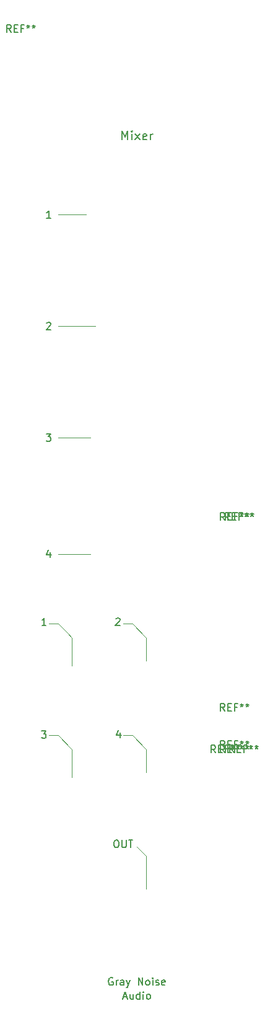
<source format=gbr>
G04 #@! TF.GenerationSoftware,KiCad,Pcbnew,(5.1.9)-1*
G04 #@! TF.CreationDate,2021-04-27T20:32:44-04:00*
G04 #@! TF.ProjectId,4xmixerFace,34786d69-7865-4724-9661-63652e6b6963,rev?*
G04 #@! TF.SameCoordinates,Original*
G04 #@! TF.FileFunction,Legend,Top*
G04 #@! TF.FilePolarity,Positive*
%FSLAX46Y46*%
G04 Gerber Fmt 4.6, Leading zero omitted, Abs format (unit mm)*
G04 Created by KiCad (PCBNEW (5.1.9)-1) date 2021-04-27 20:32:44*
%MOMM*%
%LPD*%
G01*
G04 APERTURE LIST*
%ADD10C,0.120000*%
%ADD11C,0.150000*%
G04 APERTURE END LIST*
D10*
X40640000Y-113030000D02*
X40640000Y-117475000D01*
X39370000Y-111760000D02*
X40640000Y-113030000D01*
X40640000Y-98425000D02*
X40640000Y-101600000D01*
X38735000Y-96520000D02*
X40640000Y-98425000D01*
X37465000Y-96520000D02*
X38735000Y-96520000D01*
X30480000Y-98425000D02*
X30480000Y-102235000D01*
X28575000Y-96520000D02*
X30480000Y-98425000D01*
X27305000Y-96520000D02*
X28575000Y-96520000D01*
X40640000Y-83185000D02*
X40640000Y-86360000D01*
X38735000Y-81280000D02*
X40640000Y-83185000D01*
X37465000Y-81280000D02*
X38735000Y-81280000D01*
X30480000Y-83185000D02*
X30480000Y-86995000D01*
X29845000Y-82550000D02*
X30480000Y-83185000D01*
X28575000Y-81280000D02*
X29845000Y-82550000D01*
X27305000Y-81280000D02*
X28575000Y-81280000D01*
X28575000Y-71755000D02*
X33020000Y-71755000D01*
X28575000Y-55880000D02*
X33020000Y-55880000D01*
X28575000Y-40640000D02*
X33655000Y-40640000D01*
X28575000Y-25400000D02*
X32385000Y-25400000D01*
D11*
X37536666Y-132246666D02*
X38012857Y-132246666D01*
X37441428Y-132532380D02*
X37774761Y-131532380D01*
X38108095Y-132532380D01*
X38870000Y-131865714D02*
X38870000Y-132532380D01*
X38441428Y-131865714D02*
X38441428Y-132389523D01*
X38489047Y-132484761D01*
X38584285Y-132532380D01*
X38727142Y-132532380D01*
X38822380Y-132484761D01*
X38870000Y-132437142D01*
X39774761Y-132532380D02*
X39774761Y-131532380D01*
X39774761Y-132484761D02*
X39679523Y-132532380D01*
X39489047Y-132532380D01*
X39393809Y-132484761D01*
X39346190Y-132437142D01*
X39298571Y-132341904D01*
X39298571Y-132056190D01*
X39346190Y-131960952D01*
X39393809Y-131913333D01*
X39489047Y-131865714D01*
X39679523Y-131865714D01*
X39774761Y-131913333D01*
X40250952Y-132532380D02*
X40250952Y-131865714D01*
X40250952Y-131532380D02*
X40203333Y-131580000D01*
X40250952Y-131627619D01*
X40298571Y-131580000D01*
X40250952Y-131532380D01*
X40250952Y-131627619D01*
X40870000Y-132532380D02*
X40774761Y-132484761D01*
X40727142Y-132437142D01*
X40679523Y-132341904D01*
X40679523Y-132056190D01*
X40727142Y-131960952D01*
X40774761Y-131913333D01*
X40870000Y-131865714D01*
X41012857Y-131865714D01*
X41108095Y-131913333D01*
X41155714Y-131960952D01*
X41203333Y-132056190D01*
X41203333Y-132341904D01*
X41155714Y-132437142D01*
X41108095Y-132484761D01*
X41012857Y-132532380D01*
X40870000Y-132532380D01*
X36060476Y-129675000D02*
X35965238Y-129627380D01*
X35822380Y-129627380D01*
X35679523Y-129675000D01*
X35584285Y-129770238D01*
X35536666Y-129865476D01*
X35489047Y-130055952D01*
X35489047Y-130198809D01*
X35536666Y-130389285D01*
X35584285Y-130484523D01*
X35679523Y-130579761D01*
X35822380Y-130627380D01*
X35917619Y-130627380D01*
X36060476Y-130579761D01*
X36108095Y-130532142D01*
X36108095Y-130198809D01*
X35917619Y-130198809D01*
X36536666Y-130627380D02*
X36536666Y-129960714D01*
X36536666Y-130151190D02*
X36584285Y-130055952D01*
X36631904Y-130008333D01*
X36727142Y-129960714D01*
X36822380Y-129960714D01*
X37584285Y-130627380D02*
X37584285Y-130103571D01*
X37536666Y-130008333D01*
X37441428Y-129960714D01*
X37250952Y-129960714D01*
X37155714Y-130008333D01*
X37584285Y-130579761D02*
X37489047Y-130627380D01*
X37250952Y-130627380D01*
X37155714Y-130579761D01*
X37108095Y-130484523D01*
X37108095Y-130389285D01*
X37155714Y-130294047D01*
X37250952Y-130246428D01*
X37489047Y-130246428D01*
X37584285Y-130198809D01*
X37965238Y-129960714D02*
X38203333Y-130627380D01*
X38441428Y-129960714D02*
X38203333Y-130627380D01*
X38108095Y-130865476D01*
X38060476Y-130913095D01*
X37965238Y-130960714D01*
X39584285Y-130627380D02*
X39584285Y-129627380D01*
X40155714Y-130627380D01*
X40155714Y-129627380D01*
X40774761Y-130627380D02*
X40679523Y-130579761D01*
X40631904Y-130532142D01*
X40584285Y-130436904D01*
X40584285Y-130151190D01*
X40631904Y-130055952D01*
X40679523Y-130008333D01*
X40774761Y-129960714D01*
X40917619Y-129960714D01*
X41012857Y-130008333D01*
X41060476Y-130055952D01*
X41108095Y-130151190D01*
X41108095Y-130436904D01*
X41060476Y-130532142D01*
X41012857Y-130579761D01*
X40917619Y-130627380D01*
X40774761Y-130627380D01*
X41536666Y-130627380D02*
X41536666Y-129960714D01*
X41536666Y-129627380D02*
X41489047Y-129675000D01*
X41536666Y-129722619D01*
X41584285Y-129675000D01*
X41536666Y-129627380D01*
X41536666Y-129722619D01*
X41965238Y-130579761D02*
X42060476Y-130627380D01*
X42250952Y-130627380D01*
X42346190Y-130579761D01*
X42393809Y-130484523D01*
X42393809Y-130436904D01*
X42346190Y-130341666D01*
X42250952Y-130294047D01*
X42108095Y-130294047D01*
X42012857Y-130246428D01*
X41965238Y-130151190D01*
X41965238Y-130103571D01*
X42012857Y-130008333D01*
X42108095Y-129960714D01*
X42250952Y-129960714D01*
X42346190Y-130008333D01*
X43203333Y-130579761D02*
X43108095Y-130627380D01*
X42917619Y-130627380D01*
X42822380Y-130579761D01*
X42774761Y-130484523D01*
X42774761Y-130103571D01*
X42822380Y-130008333D01*
X42917619Y-129960714D01*
X43108095Y-129960714D01*
X43203333Y-130008333D01*
X43250952Y-130103571D01*
X43250952Y-130198809D01*
X42774761Y-130294047D01*
X37312857Y-15147857D02*
X37312857Y-13947857D01*
X37712857Y-14805000D01*
X38112857Y-13947857D01*
X38112857Y-15147857D01*
X38684285Y-15147857D02*
X38684285Y-14347857D01*
X38684285Y-13947857D02*
X38627142Y-14005000D01*
X38684285Y-14062142D01*
X38741428Y-14005000D01*
X38684285Y-13947857D01*
X38684285Y-14062142D01*
X39141428Y-15147857D02*
X39770000Y-14347857D01*
X39141428Y-14347857D02*
X39770000Y-15147857D01*
X40684285Y-15090714D02*
X40570000Y-15147857D01*
X40341428Y-15147857D01*
X40227142Y-15090714D01*
X40170000Y-14976428D01*
X40170000Y-14519285D01*
X40227142Y-14405000D01*
X40341428Y-14347857D01*
X40570000Y-14347857D01*
X40684285Y-14405000D01*
X40741428Y-14519285D01*
X40741428Y-14633571D01*
X40170000Y-14747857D01*
X41255714Y-15147857D02*
X41255714Y-14347857D01*
X41255714Y-14576428D02*
X41312857Y-14462142D01*
X41370000Y-14405000D01*
X41484285Y-14347857D01*
X41598571Y-14347857D01*
X27495476Y-71540714D02*
X27495476Y-72207380D01*
X27257380Y-71159761D02*
X27019285Y-71874047D01*
X27638333Y-71874047D01*
X26971666Y-55332380D02*
X27590714Y-55332380D01*
X27257380Y-55713333D01*
X27400238Y-55713333D01*
X27495476Y-55760952D01*
X27543095Y-55808571D01*
X27590714Y-55903809D01*
X27590714Y-56141904D01*
X27543095Y-56237142D01*
X27495476Y-56284761D01*
X27400238Y-56332380D01*
X27114523Y-56332380D01*
X27019285Y-56284761D01*
X26971666Y-56237142D01*
X27019285Y-40187619D02*
X27066904Y-40140000D01*
X27162142Y-40092380D01*
X27400238Y-40092380D01*
X27495476Y-40140000D01*
X27543095Y-40187619D01*
X27590714Y-40282857D01*
X27590714Y-40378095D01*
X27543095Y-40520952D01*
X26971666Y-41092380D01*
X27590714Y-41092380D01*
X27590714Y-25852380D02*
X27019285Y-25852380D01*
X27305000Y-25852380D02*
X27305000Y-24852380D01*
X27209761Y-24995238D01*
X27114523Y-25090476D01*
X27019285Y-25138095D01*
X36465000Y-110831380D02*
X36655476Y-110831380D01*
X36750714Y-110879000D01*
X36845952Y-110974238D01*
X36893571Y-111164714D01*
X36893571Y-111498047D01*
X36845952Y-111688523D01*
X36750714Y-111783761D01*
X36655476Y-111831380D01*
X36465000Y-111831380D01*
X36369761Y-111783761D01*
X36274523Y-111688523D01*
X36226904Y-111498047D01*
X36226904Y-111164714D01*
X36274523Y-110974238D01*
X36369761Y-110879000D01*
X36465000Y-110831380D01*
X37322142Y-110831380D02*
X37322142Y-111640904D01*
X37369761Y-111736142D01*
X37417380Y-111783761D01*
X37512619Y-111831380D01*
X37703095Y-111831380D01*
X37798333Y-111783761D01*
X37845952Y-111736142D01*
X37893571Y-111640904D01*
X37893571Y-110831380D01*
X38226904Y-110831380D02*
X38798333Y-110831380D01*
X38512619Y-111831380D02*
X38512619Y-110831380D01*
X37083976Y-96178714D02*
X37083976Y-96845380D01*
X36845880Y-95797761D02*
X36607785Y-96512047D01*
X37226833Y-96512047D01*
X26336666Y-95908880D02*
X26955714Y-95908880D01*
X26622380Y-96289833D01*
X26765238Y-96289833D01*
X26860476Y-96337452D01*
X26908095Y-96385071D01*
X26955714Y-96480309D01*
X26955714Y-96718404D01*
X26908095Y-96813642D01*
X26860476Y-96861261D01*
X26765238Y-96908880D01*
X26479523Y-96908880D01*
X26384285Y-96861261D01*
X26336666Y-96813642D01*
X36480785Y-80573619D02*
X36528404Y-80526000D01*
X36623642Y-80478380D01*
X36861738Y-80478380D01*
X36956976Y-80526000D01*
X37004595Y-80573619D01*
X37052214Y-80668857D01*
X37052214Y-80764095D01*
X37004595Y-80906952D01*
X36433166Y-81478380D01*
X37052214Y-81478380D01*
X26944120Y-81471836D02*
X26372691Y-81471836D01*
X26658406Y-81471836D02*
X26658406Y-80471836D01*
X26563167Y-80614694D01*
X26467929Y-80709932D01*
X26372691Y-80757551D01*
G04 #@! TO.C,REF\u002A\u002A*
X51371666Y-93162380D02*
X51038333Y-92686190D01*
X50800238Y-93162380D02*
X50800238Y-92162380D01*
X51181190Y-92162380D01*
X51276428Y-92210000D01*
X51324047Y-92257619D01*
X51371666Y-92352857D01*
X51371666Y-92495714D01*
X51324047Y-92590952D01*
X51276428Y-92638571D01*
X51181190Y-92686190D01*
X50800238Y-92686190D01*
X51800238Y-92638571D02*
X52133571Y-92638571D01*
X52276428Y-93162380D02*
X51800238Y-93162380D01*
X51800238Y-92162380D01*
X52276428Y-92162380D01*
X53038333Y-92638571D02*
X52705000Y-92638571D01*
X52705000Y-93162380D02*
X52705000Y-92162380D01*
X53181190Y-92162380D01*
X53705000Y-92162380D02*
X53705000Y-92400476D01*
X53466904Y-92305238D02*
X53705000Y-92400476D01*
X53943095Y-92305238D01*
X53562142Y-92590952D02*
X53705000Y-92400476D01*
X53847857Y-92590952D01*
X54466904Y-92162380D02*
X54466904Y-92400476D01*
X54228809Y-92305238D02*
X54466904Y-92400476D01*
X54705000Y-92305238D01*
X54324047Y-92590952D02*
X54466904Y-92400476D01*
X54609761Y-92590952D01*
X22161666Y-452380D02*
X21828333Y23809D01*
X21590238Y-452380D02*
X21590238Y547619D01*
X21971190Y547619D01*
X22066428Y500000D01*
X22114047Y452380D01*
X22161666Y357142D01*
X22161666Y214285D01*
X22114047Y119047D01*
X22066428Y71428D01*
X21971190Y23809D01*
X21590238Y23809D01*
X22590238Y71428D02*
X22923571Y71428D01*
X23066428Y-452380D02*
X22590238Y-452380D01*
X22590238Y547619D01*
X23066428Y547619D01*
X23828333Y71428D02*
X23495000Y71428D01*
X23495000Y-452380D02*
X23495000Y547619D01*
X23971190Y547619D01*
X24495000Y547619D02*
X24495000Y309523D01*
X24256904Y404761D02*
X24495000Y309523D01*
X24733095Y404761D01*
X24352142Y119047D02*
X24495000Y309523D01*
X24637857Y119047D01*
X25256904Y547619D02*
X25256904Y309523D01*
X25018809Y404761D02*
X25256904Y309523D01*
X25495000Y404761D01*
X25114047Y119047D02*
X25256904Y309523D01*
X25399761Y119047D01*
X51371666Y-67127380D02*
X51038333Y-66651190D01*
X50800238Y-67127380D02*
X50800238Y-66127380D01*
X51181190Y-66127380D01*
X51276428Y-66175000D01*
X51324047Y-66222619D01*
X51371666Y-66317857D01*
X51371666Y-66460714D01*
X51324047Y-66555952D01*
X51276428Y-66603571D01*
X51181190Y-66651190D01*
X50800238Y-66651190D01*
X51800238Y-66603571D02*
X52133571Y-66603571D01*
X52276428Y-67127380D02*
X51800238Y-67127380D01*
X51800238Y-66127380D01*
X52276428Y-66127380D01*
X53038333Y-66603571D02*
X52705000Y-66603571D01*
X52705000Y-67127380D02*
X52705000Y-66127380D01*
X53181190Y-66127380D01*
X53705000Y-66127380D02*
X53705000Y-66365476D01*
X53466904Y-66270238D02*
X53705000Y-66365476D01*
X53943095Y-66270238D01*
X53562142Y-66555952D02*
X53705000Y-66365476D01*
X53847857Y-66555952D01*
X54466904Y-66127380D02*
X54466904Y-66365476D01*
X54228809Y-66270238D02*
X54466904Y-66365476D01*
X54705000Y-66270238D01*
X54324047Y-66555952D02*
X54466904Y-66365476D01*
X54609761Y-66555952D01*
X51371666Y-67127380D02*
X51038333Y-66651190D01*
X50800238Y-67127380D02*
X50800238Y-66127380D01*
X51181190Y-66127380D01*
X51276428Y-66175000D01*
X51324047Y-66222619D01*
X51371666Y-66317857D01*
X51371666Y-66460714D01*
X51324047Y-66555952D01*
X51276428Y-66603571D01*
X51181190Y-66651190D01*
X50800238Y-66651190D01*
X51800238Y-66603571D02*
X52133571Y-66603571D01*
X52276428Y-67127380D02*
X51800238Y-67127380D01*
X51800238Y-66127380D01*
X52276428Y-66127380D01*
X53038333Y-66603571D02*
X52705000Y-66603571D01*
X52705000Y-67127380D02*
X52705000Y-66127380D01*
X53181190Y-66127380D01*
X53705000Y-66127380D02*
X53705000Y-66365476D01*
X53466904Y-66270238D02*
X53705000Y-66365476D01*
X53943095Y-66270238D01*
X53562142Y-66555952D02*
X53705000Y-66365476D01*
X53847857Y-66555952D01*
X54466904Y-66127380D02*
X54466904Y-66365476D01*
X54228809Y-66270238D02*
X54466904Y-66365476D01*
X54705000Y-66270238D01*
X54324047Y-66555952D02*
X54466904Y-66365476D01*
X54609761Y-66555952D01*
X51371666Y-67127380D02*
X51038333Y-66651190D01*
X50800238Y-67127380D02*
X50800238Y-66127380D01*
X51181190Y-66127380D01*
X51276428Y-66175000D01*
X51324047Y-66222619D01*
X51371666Y-66317857D01*
X51371666Y-66460714D01*
X51324047Y-66555952D01*
X51276428Y-66603571D01*
X51181190Y-66651190D01*
X50800238Y-66651190D01*
X51800238Y-66603571D02*
X52133571Y-66603571D01*
X52276428Y-67127380D02*
X51800238Y-67127380D01*
X51800238Y-66127380D01*
X52276428Y-66127380D01*
X53038333Y-66603571D02*
X52705000Y-66603571D01*
X52705000Y-67127380D02*
X52705000Y-66127380D01*
X53181190Y-66127380D01*
X53705000Y-66127380D02*
X53705000Y-66365476D01*
X53466904Y-66270238D02*
X53705000Y-66365476D01*
X53943095Y-66270238D01*
X53562142Y-66555952D02*
X53705000Y-66365476D01*
X53847857Y-66555952D01*
X54466904Y-66127380D02*
X54466904Y-66365476D01*
X54228809Y-66270238D02*
X54466904Y-66365476D01*
X54705000Y-66270238D01*
X54324047Y-66555952D02*
X54466904Y-66365476D01*
X54609761Y-66555952D01*
X52006666Y-67127380D02*
X51673333Y-66651190D01*
X51435238Y-67127380D02*
X51435238Y-66127380D01*
X51816190Y-66127380D01*
X51911428Y-66175000D01*
X51959047Y-66222619D01*
X52006666Y-66317857D01*
X52006666Y-66460714D01*
X51959047Y-66555952D01*
X51911428Y-66603571D01*
X51816190Y-66651190D01*
X51435238Y-66651190D01*
X52435238Y-66603571D02*
X52768571Y-66603571D01*
X52911428Y-67127380D02*
X52435238Y-67127380D01*
X52435238Y-66127380D01*
X52911428Y-66127380D01*
X53673333Y-66603571D02*
X53340000Y-66603571D01*
X53340000Y-67127380D02*
X53340000Y-66127380D01*
X53816190Y-66127380D01*
X54340000Y-66127380D02*
X54340000Y-66365476D01*
X54101904Y-66270238D02*
X54340000Y-66365476D01*
X54578095Y-66270238D01*
X54197142Y-66555952D02*
X54340000Y-66365476D01*
X54482857Y-66555952D01*
X55101904Y-66127380D02*
X55101904Y-66365476D01*
X54863809Y-66270238D02*
X55101904Y-66365476D01*
X55340000Y-66270238D01*
X54959047Y-66555952D02*
X55101904Y-66365476D01*
X55244761Y-66555952D01*
X51371666Y-98242380D02*
X51038333Y-97766190D01*
X50800238Y-98242380D02*
X50800238Y-97242380D01*
X51181190Y-97242380D01*
X51276428Y-97290000D01*
X51324047Y-97337619D01*
X51371666Y-97432857D01*
X51371666Y-97575714D01*
X51324047Y-97670952D01*
X51276428Y-97718571D01*
X51181190Y-97766190D01*
X50800238Y-97766190D01*
X51800238Y-97718571D02*
X52133571Y-97718571D01*
X52276428Y-98242380D02*
X51800238Y-98242380D01*
X51800238Y-97242380D01*
X52276428Y-97242380D01*
X53038333Y-97718571D02*
X52705000Y-97718571D01*
X52705000Y-98242380D02*
X52705000Y-97242380D01*
X53181190Y-97242380D01*
X53705000Y-97242380D02*
X53705000Y-97480476D01*
X53466904Y-97385238D02*
X53705000Y-97480476D01*
X53943095Y-97385238D01*
X53562142Y-97670952D02*
X53705000Y-97480476D01*
X53847857Y-97670952D01*
X54466904Y-97242380D02*
X54466904Y-97480476D01*
X54228809Y-97385238D02*
X54466904Y-97480476D01*
X54705000Y-97385238D01*
X54324047Y-97670952D02*
X54466904Y-97480476D01*
X54609761Y-97670952D01*
X50101666Y-98877380D02*
X49768333Y-98401190D01*
X49530238Y-98877380D02*
X49530238Y-97877380D01*
X49911190Y-97877380D01*
X50006428Y-97925000D01*
X50054047Y-97972619D01*
X50101666Y-98067857D01*
X50101666Y-98210714D01*
X50054047Y-98305952D01*
X50006428Y-98353571D01*
X49911190Y-98401190D01*
X49530238Y-98401190D01*
X50530238Y-98353571D02*
X50863571Y-98353571D01*
X51006428Y-98877380D02*
X50530238Y-98877380D01*
X50530238Y-97877380D01*
X51006428Y-97877380D01*
X51768333Y-98353571D02*
X51435000Y-98353571D01*
X51435000Y-98877380D02*
X51435000Y-97877380D01*
X51911190Y-97877380D01*
X52435000Y-97877380D02*
X52435000Y-98115476D01*
X52196904Y-98020238D02*
X52435000Y-98115476D01*
X52673095Y-98020238D01*
X52292142Y-98305952D02*
X52435000Y-98115476D01*
X52577857Y-98305952D01*
X53196904Y-97877380D02*
X53196904Y-98115476D01*
X52958809Y-98020238D02*
X53196904Y-98115476D01*
X53435000Y-98020238D01*
X53054047Y-98305952D02*
X53196904Y-98115476D01*
X53339761Y-98305952D01*
X52641666Y-98877380D02*
X52308333Y-98401190D01*
X52070238Y-98877380D02*
X52070238Y-97877380D01*
X52451190Y-97877380D01*
X52546428Y-97925000D01*
X52594047Y-97972619D01*
X52641666Y-98067857D01*
X52641666Y-98210714D01*
X52594047Y-98305952D01*
X52546428Y-98353571D01*
X52451190Y-98401190D01*
X52070238Y-98401190D01*
X53070238Y-98353571D02*
X53403571Y-98353571D01*
X53546428Y-98877380D02*
X53070238Y-98877380D01*
X53070238Y-97877380D01*
X53546428Y-97877380D01*
X54308333Y-98353571D02*
X53975000Y-98353571D01*
X53975000Y-98877380D02*
X53975000Y-97877380D01*
X54451190Y-97877380D01*
X54975000Y-97877380D02*
X54975000Y-98115476D01*
X54736904Y-98020238D02*
X54975000Y-98115476D01*
X55213095Y-98020238D01*
X54832142Y-98305952D02*
X54975000Y-98115476D01*
X55117857Y-98305952D01*
X55736904Y-97877380D02*
X55736904Y-98115476D01*
X55498809Y-98020238D02*
X55736904Y-98115476D01*
X55975000Y-98020238D01*
X55594047Y-98305952D02*
X55736904Y-98115476D01*
X55879761Y-98305952D01*
X51371666Y-98877380D02*
X51038333Y-98401190D01*
X50800238Y-98877380D02*
X50800238Y-97877380D01*
X51181190Y-97877380D01*
X51276428Y-97925000D01*
X51324047Y-97972619D01*
X51371666Y-98067857D01*
X51371666Y-98210714D01*
X51324047Y-98305952D01*
X51276428Y-98353571D01*
X51181190Y-98401190D01*
X50800238Y-98401190D01*
X51800238Y-98353571D02*
X52133571Y-98353571D01*
X52276428Y-98877380D02*
X51800238Y-98877380D01*
X51800238Y-97877380D01*
X52276428Y-97877380D01*
X53038333Y-98353571D02*
X52705000Y-98353571D01*
X52705000Y-98877380D02*
X52705000Y-97877380D01*
X53181190Y-97877380D01*
X53705000Y-97877380D02*
X53705000Y-98115476D01*
X53466904Y-98020238D02*
X53705000Y-98115476D01*
X53943095Y-98020238D01*
X53562142Y-98305952D02*
X53705000Y-98115476D01*
X53847857Y-98305952D01*
X54466904Y-97877380D02*
X54466904Y-98115476D01*
X54228809Y-98020238D02*
X54466904Y-98115476D01*
X54705000Y-98020238D01*
X54324047Y-98305952D02*
X54466904Y-98115476D01*
X54609761Y-98305952D01*
X51371666Y-98877380D02*
X51038333Y-98401190D01*
X50800238Y-98877380D02*
X50800238Y-97877380D01*
X51181190Y-97877380D01*
X51276428Y-97925000D01*
X51324047Y-97972619D01*
X51371666Y-98067857D01*
X51371666Y-98210714D01*
X51324047Y-98305952D01*
X51276428Y-98353571D01*
X51181190Y-98401190D01*
X50800238Y-98401190D01*
X51800238Y-98353571D02*
X52133571Y-98353571D01*
X52276428Y-98877380D02*
X51800238Y-98877380D01*
X51800238Y-97877380D01*
X52276428Y-97877380D01*
X53038333Y-98353571D02*
X52705000Y-98353571D01*
X52705000Y-98877380D02*
X52705000Y-97877380D01*
X53181190Y-97877380D01*
X53705000Y-97877380D02*
X53705000Y-98115476D01*
X53466904Y-98020238D02*
X53705000Y-98115476D01*
X53943095Y-98020238D01*
X53562142Y-98305952D02*
X53705000Y-98115476D01*
X53847857Y-98305952D01*
X54466904Y-97877380D02*
X54466904Y-98115476D01*
X54228809Y-98020238D02*
X54466904Y-98115476D01*
X54705000Y-98020238D01*
X54324047Y-98305952D02*
X54466904Y-98115476D01*
X54609761Y-98305952D01*
G04 #@! TD*
M02*

</source>
